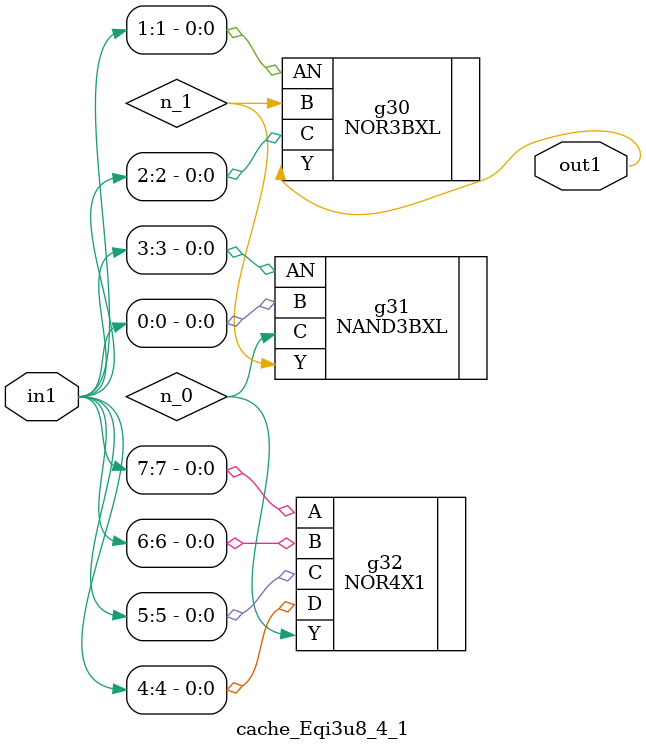
<source format=v>
`timescale 1ps / 1ps


module cache_Eqi3u8_4_1(in1, out1);
  input [7:0] in1;
  output out1;
  wire [7:0] in1;
  wire out1;
  wire n_0, n_1;
  NOR3BXL g30(.AN (in1[1]), .B (n_1), .C (in1[2]), .Y (out1));
  NAND3BXL g31(.AN (in1[3]), .B (in1[0]), .C (n_0), .Y (n_1));
  NOR4X1 g32(.A (in1[7]), .B (in1[6]), .C (in1[5]), .D (in1[4]), .Y
       (n_0));
endmodule



</source>
